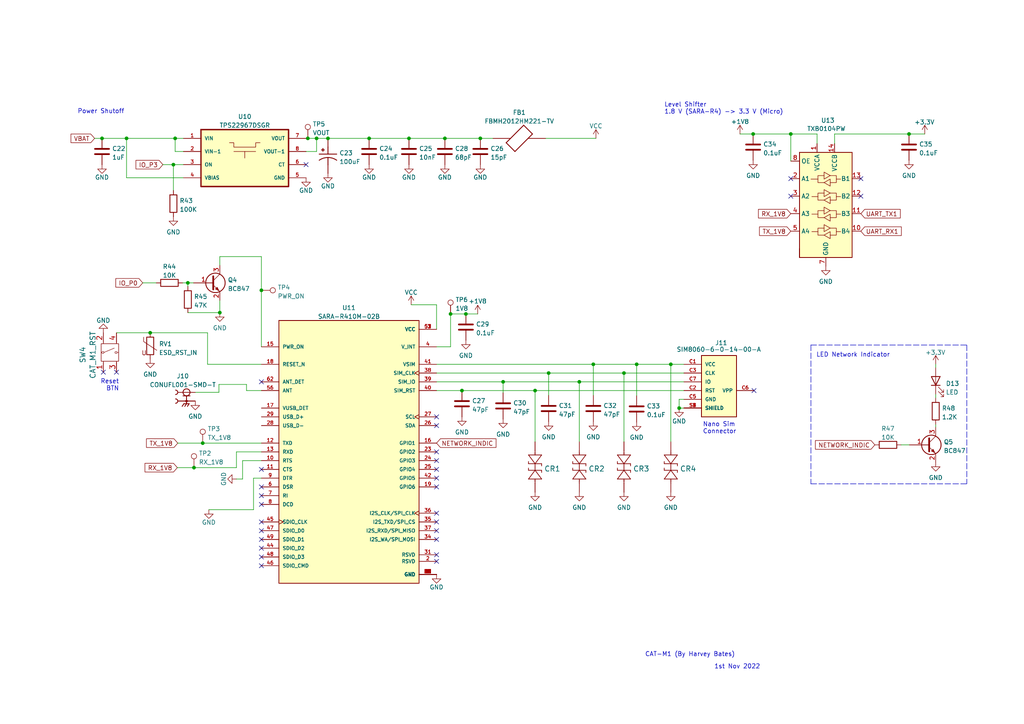
<source format=kicad_sch>
(kicad_sch (version 20211123) (generator eeschema)
  (paper "A4")
  (lib_symbols
    (symbol "2022-10-04_00-56-22:1977223-6" (pin_names (offset 0.254) hide)
      (property "Reference" "SW" (at 20.32 10.16 0))
      (property "Value" "1977223-6" (at 20.32 7.62 0))
      (symbol "1977223-6_0_1"
        (polyline (pts (xy 17.78 1.27) (xy 17.78 -0.635) (xy 17.78 -1.27) (xy 22.86 -1.27) (xy 22.86 -0.635) (xy 22.86 1.27)) (stroke (width 0.1524)))
        (polyline (pts (xy 17.78 1.27) (xy 17.78 3.175) (xy 17.78 3.81) (xy 22.86 3.81) (xy 22.86 3.175) (xy 22.86 1.27)) (stroke (width 0.1524)))
      )
      (symbol "1977223-6_1_1"
        (polyline (pts (xy 20.32 -0.762) (xy 20.32 -1.27)) (stroke (width 0.127)))
        (polyline (pts (xy 20.32 3.048) (xy 21.59 0)) (stroke (width 0.127)))
        (polyline (pts (xy 20.32 3.81) (xy 20.32 3.556)) (stroke (width 0.127)))
        (circle (center 20.32 -0.508) (radius 0.3048) (stroke (width 0.127)))
        (arc (start 20.32 -0.2032) (mid 20.32 -0.8128) (end 20.32 -0.2032) (stroke (width 0.127)))
        (arc (start 20.32 2.9972) (mid 20.32 3.6068) (end 20.32 2.9972) (stroke (width 0.127)))
        (circle (center 20.32 3.302) (radius 0.3048) (stroke (width 0.127)))
        (pin unspecified line (at 14.605 3.175 0) (length 3) (name "1") (number "1"))
        (pin unspecified line (at 26.035 3.175 180) (length 3) (name "2") (number "2"))
        (pin unspecified line (at 14.605 -0.635 0) (length 3) (name "3") (number "3"))
        (pin unspecified line (at 26.035 -0.635 180) (length 3) (name "4") (number "4"))
      )
    )
    (symbol "CONUFL001-SMD-T:CONUFL001-SMD-T" (pin_numbers hide) (pin_names (offset 1.016) hide)
      (property "Reference" "J" (at -3.81 4.064 0))
      (property "Value" "CONUFL001-SMD-T" (at -4.064 -4.318 0))
      (symbol "CONUFL001-SMD-T_0_0"
        (arc (start -3.175 -0.635) (mid -2.54 0) (end -3.175 0.635) (stroke (width 0.254)))
        (arc (start -3.175 1.905) (mid -2.54 2.54) (end -3.175 3.175) (stroke (width 0.254)))
        (polyline (pts (xy -1.016 1.524) (xy 0 1.524)) (stroke (width 0.254)))
        (polyline (pts (xy -0.762 -0.762) (xy -1.27 -1.524)) (stroke (width 0.254)))
        (polyline (pts (xy 0 -0.762) (xy -0.762 -0.762)) (stroke (width 0.254)))
        (polyline (pts (xy 0 -0.762) (xy -0.508 -1.524)) (stroke (width 0.254)))
        (polyline (pts (xy 0 -0.762) (xy 0.762 -0.762)) (stroke (width 0.254)))
        (polyline (pts (xy 0 1.524) (xy 0 -0.762)) (stroke (width 0.254)))
        (polyline (pts (xy 0 1.524) (xy 1.016 1.524)) (stroke (width 0.254)))
        (polyline (pts (xy 0.762 -0.762) (xy 0.254 -1.524)) (stroke (width 0.254)))
        (circle (center 0 0) (radius 0.254) (stroke (width 0.254)))
        (circle (center 0 2.54) (radius 1.016) (stroke (width 0.254)))
        (pin passive line (at 2.54 2.54 180) (length 5.08) (name "~") (number "1"))
        (pin passive line (at 2.54 0 180) (length 5.08) (name "~") (number "2"))
        (pin passive line (at 2.54 0 180) (length 5.08) (name "~") (number "3"))
      )
    )
    (symbol "Connector:TestPoint" (pin_numbers hide) (pin_names (offset 0.762) hide)
      (property "Reference" "TP" (at 0 6.858 0))
      (property "Value" "TestPoint" (at 0 5.08 0))
      (symbol "TestPoint_0_1"
        (circle (center 0 3.302) (radius 0.762))
      )
      (symbol "TestPoint_1_1"
        (pin passive line (at 0 0 90) (length 2.54) (name "1") (number "1"))
      )
    )
    (symbol "Device:C" (pin_numbers hide) (pin_names (offset 0.254))
      (property "Reference" "C" (at 0.635 2.54 0))
      (property "Value" "C" (at 0.635 -2.54 0))
      (symbol "C_0_1"
        (polyline (pts (xy -2.032 -0.762) (xy 2.032 -0.762)) (stroke (width 0.508)))
        (polyline (pts (xy -2.032 0.762) (xy 2.032 0.762)) (stroke (width 0.508)))
      )
      (symbol "C_1_1"
        (pin passive line (at 0 3.81 270) (length 2.794) (name "~") (number "1"))
        (pin passive line (at 0 -3.81 90) (length 2.794) (name "~") (number "2"))
      )
    )
    (symbol "Device:LED" (pin_numbers hide) (pin_names (offset 1.016) hide)
      (property "Reference" "D" (at 0 2.54 0))
      (property "Value" "LED" (at 0 -2.54 0))
      (symbol "LED_0_1"
        (polyline (pts (xy -1.27 -1.27) (xy -1.27 1.27)) (stroke (width 0.254)))
        (polyline (pts (xy -1.27 0) (xy 1.27 0)))
        (polyline (pts (xy 1.27 -1.27) (xy 1.27 1.27) (xy -1.27 0) (xy 1.27 -1.27)) (stroke (width 0.254)))
        (polyline (pts (xy -3.048 -0.762) (xy -4.572 -2.286) (xy -3.81 -2.286) (xy -4.572 -2.286) (xy -4.572 -1.524)))
        (polyline (pts (xy -1.778 -0.762) (xy -3.302 -2.286) (xy -2.54 -2.286) (xy -3.302 -2.286) (xy -3.302 -1.524)))
      )
      (symbol "LED_1_1"
        (pin passive line (at -3.81 0 0) (length 2.54) (name "K") (number "1"))
        (pin passive line (at 3.81 0 180) (length 2.54) (name "A") (number "2"))
      )
    )
    (symbol "Device:R" (pin_numbers hide) (pin_names (offset 0))
      (property "Reference" "R" (at 2.032 0 90))
      (property "Value" "R" (at 0 0 90))
      (symbol "R_0_1"
        (rectangle (start -1.016 -2.54) (end 1.016 2.54) (stroke (width 0.254)))
      )
      (symbol "R_1_1"
        (pin passive line (at 0 3.81 270) (length 1.27) (name "~") (number "1"))
        (pin passive line (at 0 -3.81 90) (length 1.27) (name "~") (number "2"))
      )
    )
    (symbol "Device:Varistor" (pin_numbers hide) (pin_names (offset 0))
      (property "Reference" "RV" (at 3.175 0 90))
      (property "Value" "Varistor" (at -3.175 0 90))
      (symbol "Varistor_0_0"
        (text "U" (at -1.778 -2.032 0) (effects (font (size 1.27 1.27))))
      )
      (symbol "Varistor_0_1"
        (rectangle (start -1.016 -2.54) (end 1.016 2.54) (stroke (width 0.254)))
        (polyline (pts (xy -1.905 2.54) (xy -1.905 1.27) (xy 1.905 -1.27)))
      )
      (symbol "Varistor_1_1"
        (pin passive line (at 0 3.81 270) (length 1.27) (name "~") (number "1"))
        (pin passive line (at 0 -3.81 90) (length 1.27) (name "~") (number "2"))
      )
    )
    (symbol "FBMH2012HM221-TV:FBMH2012HM221-TV" (pin_numbers hide) (pin_names (offset 1.016) hide)
      (property "Reference" "FB" (at -7.62 5.08 0))
      (property "Value" "FBMH2012HM221-TV" (at -7.62 -7.62 0))
      (symbol "FBMH2012HM221-TV_0_0"
        (polyline (pts (xy -3.81 -1.27) (xy -1.27 -3.81)) (stroke (width 0.254)))
        (polyline (pts (xy -1.27 -3.81) (xy 3.81 1.27)) (stroke (width 0.254)))
        (polyline (pts (xy 1.27 3.81) (xy -3.81 -1.27)) (stroke (width 0.254)))
        (polyline (pts (xy 3.81 1.27) (xy 1.27 3.81)) (stroke (width 0.254)))
        (pin passive line (at -7.62 0 0) (length 5.08) (name "~") (number "1"))
        (pin passive line (at 7.62 0 180) (length 5.08) (name "~") (number "2"))
      )
    )
    (symbol "Logic_LevelTranslator:TXB0104PW"
      (property "Reference" "U" (at -6.35 16.51 0))
      (property "Value" "TXB0104PW" (at 3.81 16.51 0))
      (symbol "TXB0104PW_0_1"
        (rectangle (start -7.62 -15.24) (end -7.62 -12.7) (stroke (width 0.254)))
        (rectangle (start -7.62 15.24) (end 7.62 -15.24) (stroke (width 0.254)) (fill (type background)))
        (polyline (pts (xy -2.286 -7.747) (xy -2.286 -6.731) (xy -0.508 -6.731)))
        (polyline (pts (xy -2.286 -2.667) (xy -2.286 -1.651) (xy -0.508 -1.651)))
        (polyline (pts (xy -2.286 2.413) (xy -2.286 3.429) (xy -0.508 3.429)))
        (polyline (pts (xy -2.286 7.493) (xy -2.286 8.509) (xy -0.508 8.509)))
        (polyline (pts (xy 3.048 -7.747) (xy 3.048 -8.763) (xy 1.27 -8.763)))
        (polyline (pts (xy 3.048 -2.667) (xy 3.048 -3.683) (xy 1.27 -3.683)))
        (polyline (pts (xy 3.048 2.413) (xy 3.048 1.397) (xy 1.27 1.397)))
        (polyline (pts (xy 3.048 7.493) (xy 3.048 6.477) (xy 1.27 6.477)))
        (polyline (pts (xy -0.508 -8.763) (xy -2.286 -8.763) (xy -2.286 -7.747) (xy -4.064 -7.747)))
        (polyline (pts (xy -0.508 -8.763) (xy 1.27 -7.747) (xy 1.27 -9.779) (xy -0.508 -8.763)))
        (polyline (pts (xy -0.508 -3.683) (xy -2.286 -3.683) (xy -2.286 -2.667) (xy -4.064 -2.667)))
        (polyline (pts (xy -0.508 -3.683) (xy 1.27 -2.667) (xy 1.27 -4.699) (xy -0.508 -3.683)))
        (polyline (pts (xy -0.508 1.397) (xy -2.286 1.397) (xy -2.286 2.413) (xy -4.064 2.413)))
        (polyline (pts (xy -0.508 1.397) (xy 1.27 2.413) (xy 1.27 0.381) (xy -0.508 1.397)))
        (polyline (pts (xy -0.508 6.477) (xy -2.286 6.477) (xy -2.286 7.493) (xy -4.318 7.493)))
        (polyline (pts (xy -0.508 6.477) (xy 1.27 7.493) (xy 1.27 5.461) (xy -0.508 6.477)))
        (polyline (pts (xy 1.27 -6.731) (xy -0.508 -7.747) (xy -0.508 -5.715) (xy 1.27 -6.731)))
        (polyline (pts (xy 1.27 -6.731) (xy 3.048 -6.731) (xy 3.048 -7.747) (xy 4.318 -7.747)))
        (polyline (pts (xy 1.27 -1.651) (xy -0.508 -2.667) (xy -0.508 -0.635) (xy 1.27 -1.651)))
        (polyline (pts (xy 1.27 -1.651) (xy 3.048 -1.651) (xy 3.048 -2.667) (xy 4.318 -2.667)))
        (polyline (pts (xy 1.27 3.429) (xy -0.508 2.413) (xy -0.508 4.445) (xy 1.27 3.429)))
        (polyline (pts (xy 1.27 3.429) (xy 3.048 3.429) (xy 3.048 2.413) (xy 4.318 2.413)))
        (polyline (pts (xy 1.27 8.509) (xy -0.508 7.493) (xy -0.508 9.525) (xy 1.27 8.509)))
        (polyline (pts (xy 1.27 8.509) (xy 3.048 8.509) (xy 3.048 7.493) (xy 4.318 7.493)))
      )
      (symbol "TXB0104PW_1_1"
        (pin power_in line (at -2.54 17.78 270) (length 2.54) (name "VCCA") (number "1"))
        (pin bidirectional line (at 10.16 -7.62 180) (length 2.54) (name "B4") (number "10"))
        (pin bidirectional line (at 10.16 -2.54 180) (length 2.54) (name "B3") (number "11"))
        (pin bidirectional line (at 10.16 2.54 180) (length 2.54) (name "B2") (number "12"))
        (pin bidirectional line (at 10.16 7.62 180) (length 2.54) (name "B1") (number "13"))
        (pin power_in line (at 2.54 17.78 270) (length 2.54) (name "VCCB") (number "14"))
        (pin bidirectional line (at -10.16 7.62 0) (length 2.54) (name "A1") (number "2"))
        (pin bidirectional line (at -10.16 2.54 0) (length 2.54) (name "A2") (number "3"))
        (pin bidirectional line (at -10.16 -2.54 0) (length 2.54) (name "A3") (number "4"))
        (pin bidirectional line (at -10.16 -7.62 0) (length 2.54) (name "A4") (number "5"))
        (pin no_connect line (at -10.16 -12.7 0) (length 2.54) hide (name "NC") (number "6"))
        (pin power_in line (at 0 -17.78 90) (length 2.54) (name "GND") (number "7"))
        (pin input line (at -10.16 12.7 0) (length 2.54) (name "OE") (number "8"))
        (pin no_connect line (at 10.16 -12.7 180) (length 2.54) hide (name "NC") (number "9"))
      )
    )
    (symbol "PESD0402-140:PESD0402-140" (pin_numbers hide) (pin_names hide)
      (property "Reference" "CR" (at 6.35 5.08 0))
      (property "Value" "PESD0402-140" (at 5.08 -7.62 0))
      (symbol "PESD0402-140_1_1"
        (polyline (pts (xy 2.54 0) (xy 3.4798 0)) (stroke (width 0.2032)))
        (polyline (pts (xy 3.175 0) (xy 3.81 0)) (stroke (width 0.2032)))
        (polyline (pts (xy 3.81 -1.905) (xy 6.35 0)) (stroke (width 0.2032)))
        (polyline (pts (xy 3.81 1.905) (xy 3.81 -1.905)) (stroke (width 0.2032)))
        (polyline (pts (xy 6.35 -1.905) (xy 5.715 -1.905)) (stroke (width 0.2032)))
        (polyline (pts (xy 6.35 -1.905) (xy 6.35 1.905)) (stroke (width 0.2032)))
        (polyline (pts (xy 6.35 0) (xy 3.81 1.905)) (stroke (width 0.2032)))
        (polyline (pts (xy 6.35 1.905) (xy 6.985 1.905)) (stroke (width 0.2032)))
        (polyline (pts (xy 8.255 -1.905) (xy 7.62 -1.905)) (stroke (width 0.2032)))
        (polyline (pts (xy 8.255 -1.905) (xy 8.255 1.905)) (stroke (width 0.2032)))
        (polyline (pts (xy 8.255 0) (xy 6.35 0)) (stroke (width 0.2032)))
        (polyline (pts (xy 8.255 0) (xy 10.795 1.905)) (stroke (width 0.2032)))
        (polyline (pts (xy 8.255 1.905) (xy 8.89 1.905)) (stroke (width 0.2032)))
        (polyline (pts (xy 10.795 -1.905) (xy 8.255 0)) (stroke (width 0.2032)))
        (polyline (pts (xy 10.795 1.905) (xy 10.795 -1.905)) (stroke (width 0.2032)))
        (polyline (pts (xy 11.43 0) (xy 10.795 0)) (stroke (width 0.2032)))
        (polyline (pts (xy 12.065 0) (xy 11.1252 0)) (stroke (width 0.2032)))
        (pin unspecified line (at 0 0 0) (length 2.54) (name "1") (number "1"))
        (pin unspecified line (at 14.605 0 180) (length 2.54) (name "2") (number "2"))
      )
    )
    (symbol "SARA-R410M-02B:SARA-R410M-02B" (pin_names (offset 1.016))
      (property "Reference" "U" (at -20.32 38.735 0))
      (property "Value" "SARA-R410M-02B" (at -20.32 -41.275 0))
      (symbol "SARA-R410M-02B_0_0"
        (rectangle (start -20.32 -38.1) (end 20.32 38.1) (stroke (width 0.254)) (fill (type background)))
        (pin power_in line (at 25.4 -35.56 180) (length 5.08) (name "GND") (number "1"))
        (pin input line (at -25.4 -2.54 0) (length 5.08) (name "RTS") (number "10"))
        (pin output line (at -25.4 -5.08 0) (length 5.08) (name "CTS") (number "11"))
        (pin input line (at -25.4 2.54 0) (length 5.08) (name "TXD") (number "12"))
        (pin output line (at -25.4 0 0) (length 5.08) (name "RXD") (number "13"))
        (pin power_in line (at 25.4 -35.56 180) (length 5.08) (name "GND") (number "14"))
        (pin input line (at -25.4 30.48 0) (length 5.08) (name "PWR_ON") (number "15"))
        (pin bidirectional line (at 25.4 2.54 180) (length 5.08) (name "GPIO1") (number "16"))
        (pin input line (at -25.4 12.7 0) (length 5.08) (name "VUSB_DET") (number "17"))
        (pin input line (at -25.4 25.4 0) (length 5.08) (name "RESET_N") (number "18"))
        (pin bidirectional line (at 25.4 -10.16 180) (length 5.08) (name "GPIO6") (number "19"))
        (pin passive line (at 25.4 -31.75 180) (length 5.08) (name "RSVD") (number "2"))
        (pin power_in line (at 25.4 -35.56 180) (length 5.08) (name "GND") (number "20"))
        (pin power_in line (at 25.4 -35.56 180) (length 5.08) (name "GND") (number "21"))
        (pin power_in line (at 25.4 -35.56 180) (length 5.08) (name "GND") (number "22"))
        (pin bidirectional line (at 25.4 0 180) (length 5.08) (name "GPIO2") (number "23"))
        (pin bidirectional line (at 25.4 -2.54 180) (length 5.08) (name "GPIO3") (number "24"))
        (pin bidirectional line (at 25.4 -5.08 180) (length 5.08) (name "GPIO4") (number "25"))
        (pin bidirectional line (at 25.4 7.62 180) (length 5.08) (name "SDA") (number "26"))
        (pin output clock (at 25.4 10.16 180) (length 5.08) (name "SCL") (number "27"))
        (pin bidirectional line (at -25.4 7.62 0) (length 5.08) (name "USB_D-") (number "28"))
        (pin bidirectional line (at -25.4 10.16 0) (length 5.08) (name "USB_D+") (number "29"))
        (pin power_in line (at 25.4 -35.56 180) (length 5.08) (name "GND") (number "3"))
        (pin power_in line (at 25.4 -35.56 180) (length 5.08) (name "GND") (number "30"))
        (pin passive line (at 25.4 -29.845 180) (length 5.08) (name "RSVD") (number "31"))
        (pin power_in line (at 25.4 -35.56 180) (length 5.08) (name "GND") (number "32"))
        (pin power_in line (at 25.4 -35.56 180) (length 5.08) (name "GND") (number "33"))
        (pin output line (at 25.4 -25.4 180) (length 5.08) (name "I2S_WA/SPI_MOSI") (number "34"))
        (pin output line (at 25.4 -20.32 180) (length 5.08) (name "I2S_TXD/SPI_CS") (number "35"))
        (pin output clock (at 25.4 -17.78 180) (length 5.08) (name "I2S_CLK/SPI_CLK") (number "36"))
        (pin input line (at 25.4 -22.86 180) (length 5.08) (name "I2S_RXD/SPI_MISO") (number "37"))
        (pin output clock (at 25.4 22.86 180) (length 5.08) (name "SIM_CLK") (number "38"))
        (pin bidirectional line (at 25.4 20.32 180) (length 5.08) (name "SIM_IO") (number "39"))
        (pin output line (at 25.4 30.48 180) (length 5.08) (name "V_INT") (number "4"))
        (pin output line (at 25.4 17.78 180) (length 5.08) (name "SIM_RST") (number "40"))
        (pin output line (at 25.4 25.4 180) (length 5.08) (name "VSIM") (number "41"))
        (pin bidirectional line (at 25.4 -7.62 180) (length 5.08) (name "GPIO5") (number "42"))
        (pin power_in line (at 25.4 -35.56 180) (length 5.08) (name "GND") (number "43"))
        (pin bidirectional line (at -25.4 -27.94 0) (length 5.08) (name "SDIO_D2") (number "44"))
        (pin output clock (at -25.4 -20.32 0) (length 5.08) (name "SDIO_CLK") (number "45"))
        (pin bidirectional line (at -25.4 -33.02 0) (length 5.08) (name "SDIO_CMD") (number "46"))
        (pin bidirectional line (at -25.4 -22.86 0) (length 5.08) (name "SDIO_D0") (number "47"))
        (pin bidirectional line (at -25.4 -30.48 0) (length 5.08) (name "SDIO_D3") (number "48"))
        (pin bidirectional line (at -25.4 -25.4 0) (length 5.08) (name "SDIO_D1") (number "49"))
        (pin power_in line (at 25.4 -35.56 180) (length 5.08) (name "GND") (number "5"))
        (pin power_in line (at 25.4 -35.56 180) (length 5.08) (name "GND") (number "50"))
        (pin power_in line (at 25.4 35.56 180) (length 5.08) (name "VCC") (number "51"))
        (pin power_in line (at 25.4 35.56 180) (length 5.08) (name "VCC") (number "52"))
        (pin power_in line (at 25.4 35.56 180) (length 5.08) (name "VCC") (number "53"))
        (pin power_in line (at 25.4 -35.56 180) (length 5.08) (name "GND") (number "54"))
        (pin power_in line (at 25.4 -35.56 180) (length 5.08) (name "GND") (number "55"))
        (pin bidirectional line (at -25.4 17.78 0) (length 5.08) (name "ANT") (number "56"))
        (pin power_in line (at 25.4 -35.56 180) (length 5.08) (name "GND") (number "57"))
        (pin power_in line (at 25.4 -35.56 180) (length 5.08) (name "GND") (number "58"))
        (pin power_in line (at 25.4 -35.56 180) (length 5.08) (name "GND") (number "59"))
        (pin output line (at -25.4 -10.16 0) (length 5.08) (name "DSR") (number "6"))
        (pin power_in line (at 25.4 -35.56 180) (length 5.08) (name "GND") (number "60"))
        (pin power_in line (at 25.4 -35.56 180) (length 5.08) (name "GND") (number "61"))
        (pin input line (at -25.4 20.32 0) (length 5.08) (name "ANT_DET") (number "62"))
        (pin power_in line (at 25.4 -35.56 180) (length 5.08) (name "GND") (number "63"))
        (pin power_in line (at 25.4 -35.56 180) (length 5.08) (name "GND") (number "64"))
        (pin power_in line (at 25.4 -35.56 180) (length 5.08) (name "GND") (number "65"))
        (pin power_in line (at 25.4 -35.56 180) (length 5.08) (name "GND") (number "66"))
        (pin power_in line (at 25.4 -35.56 180) (length 5.08) (name "GND") (number "67"))
        (pin power_in line (at 25.4 -35.56 180) (length 5.08) (name "GND") (number "68"))
        (pin power_in line (at 25.4 -35.56 180) (length 5.08) (name "GND") (number "69"))
        (pin output line (at -25.4 -12.7 0) (length 5.08) (name "RI") (number "7"))
        (pin power_in line (at 25.4 -35.56 180) (length 5.08) (name "GND") (number "70"))
        (pin power_in line (at 25.4 -35.56 180) (length 5.08) (name "GND") (number "71"))
        (pin power_in line (at 25.4 -35.56 180) (length 5.08) (name "GND") (number "72"))
        (pin power_in line (at 25.4 -35.56 180) (length 5.08) (name "GND") (number "73"))
        (pin power_in line (at 25.4 -35.56 180) (length 5.08) (name "GND") (number "74"))
        (pin power_in line (at 25.4 -35.56 180) (length 5.08) (name "GND") (number "75"))
        (pin power_in line (at 25.4 -35.56 180) (length 5.08) (name "GND") (number "76"))
        (pin power_in line (at 25.4 -35.56 180) (length 5.08) (name "GND") (number "77"))
        (pin power_in line (at 25.4 -35.56 180) (length 5.08) (name "GND") (number "78"))
        (pin power_in line (at 25.4 -35.56 180) (length 5.08) (name "GND") (number "79"))
        (pin output line (at -25.4 -15.24 0) (length 5.08) (name "DCD") (number "8"))
        (pin power_in line (at 25.4 -35.56 180) (length 5.08) (name "GND") (number "80"))
        (pin power_in line (at 25.4 -35.56 180) (length 5.08) (name "GND") (number "81"))
        (pin power_in line (at 25.4 -35.56 180) (length 5.08) (name "GND") (number "82"))
        (pin power_in line (at 25.4 -35.56 180) (length 5.08) (name "GND") (number "83"))
        (pin power_in line (at 25.4 -35.56 180) (length 5.08) (name "GND") (number "84"))
        (pin power_in line (at 25.4 -35.56 180) (length 5.08) (name "GND") (number "85"))
        (pin power_in line (at 25.4 -35.56 180) (length 5.08) (name "GND") (number "86"))
        (pin power_in line (at 25.4 -35.56 180) (length 5.08) (name "GND") (number "87"))
        (pin power_in line (at 25.4 -35.56 180) (length 5.08) (name "GND") (number "88"))
        (pin power_in line (at 25.4 -35.56 180) (length 5.08) (name "GND") (number "89"))
        (pin input line (at -25.4 -7.62 0) (length 5.08) (name "DTR") (number "9"))
        (pin power_in line (at 25.4 -35.56 180) (length 5.08) (name "GND") (number "90"))
        (pin power_in line (at 25.4 -35.56 180) (length 5.08) (name "GND") (number "91"))
        (pin power_in line (at 25.4 -35.56 180) (length 5.08) (name "GND") (number "92"))
        (pin power_in line (at 25.4 -35.56 180) (length 5.08) (name "GND") (number "93"))
        (pin power_in line (at 25.4 -35.56 180) (length 5.08) (name "GND") (number "94"))
        (pin power_in line (at 25.4 -35.56 180) (length 5.08) (name "GND") (number "95"))
        (pin power_in line (at 25.4 -35.56 180) (length 5.08) (name "GND") (number "96"))
      )
    )
    (symbol "SIM8060-6-0-14-00-A:SIM8060-6-0-14-00-A" (pin_names (offset 1.016))
      (property "Reference" "J" (at -5.08 13.3604 0))
      (property "Value" "SIM8060-6-0-14-00-A" (at -5.08 -12.7254 0))
      (symbol "SIM8060-6-0-14-00-A_0_0"
        (rectangle (start -5.08 7.62) (end 5.08 -10.16) (stroke (width 0.254)) (fill (type background)))
        (pin passive line (at -10.16 5.08 0) (length 5.08) (name "VCC") (number "C1"))
        (pin passive line (at -10.16 -2.54 0) (length 5.08) (name "RST") (number "C2"))
        (pin passive line (at -10.16 2.54 0) (length 5.08) (name "CLK") (number "C3"))
        (pin passive line (at -10.16 -5.08 0) (length 5.08) (name "GND") (number "C5"))
        (pin passive line (at 10.16 -2.54 180) (length 5.08) (name "VPP") (number "C6"))
        (pin passive line (at -10.16 0 0) (length 5.08) (name "IO") (number "C7"))
        (pin passive line (at -10.16 -7.62 0) (length 5.08) (name "SHIELD") (number "S1"))
        (pin passive line (at -10.16 -7.62 0) (length 5.08) (name "SHIELD") (number "S2"))
        (pin passive line (at -10.16 -7.62 0) (length 5.08) (name "SHIELD") (number "S3"))
        (pin passive line (at -10.16 -7.62 0) (length 5.08) (name "SHIELD") (number "S4"))
      )
    )
    (symbol "T520B107M006ATE015:T520B107M006ATE015" (pin_numbers hide) (pin_names (offset 1.016) hide)
      (property "Reference" "C" (at -2.54 3.81 0))
      (property "Value" "T520B107M006ATE015" (at -2.54 -5.08 0))
      (symbol "T520B107M006ATE015_0_0"
        (rectangle (start -2.1844 -1.524) (end -1.2954 -1.397) (fill (type outline)))
        (rectangle (start -1.8034 -1.905) (end -1.6764 -1.016) (fill (type outline)))
        (polyline (pts (xy -2.54 0) (xy -0.508 0)) (stroke (width 0.254)))
        (polyline (pts (xy -0.508 2.54) (xy -0.508 -2.54)) (stroke (width 0.254)))
        (polyline (pts (xy 0.508 0) (xy 2.54 0)) (stroke (width 0.254)))
        (arc (start 1.27 2.54) (mid 0.47 0) (end 1.27 -2.54) (stroke (width 0.254)))
        (pin passive line (at -5.08 0 0) (length 2.54) (name "~") (number "1"))
        (pin passive line (at 5.08 0 180) (length 2.54) (name "~") (number "2"))
      )
    )
    (symbol "TPS22967DSGR:TPS22967DSGR" (pin_names (offset 1.016))
      (property "Reference" "U" (at -1.27 16.51 0))
      (property "Value" "TPS22967DSGR" (at -7.62 13.97 0))
      (symbol "TPS22967DSGR_0_0"
        (rectangle (start -12.7 12.7) (end 12.7 -3.81) (stroke (width 0.4064)) (fill (type background)))
        (pin input line (at -17.78 10.16 0) (length 5.08) (name "VIN") (number "1"))
        (pin input line (at -17.78 6.35 0) (length 5.08) (name "VIN-1") (number "2"))
        (pin input line (at -17.78 2.54 0) (length 5.08) (name "ON") (number "3"))
        (pin power_in line (at -17.78 -1.27 0) (length 5.08) (name "VBIAS") (number "4"))
        (pin power_in line (at 17.78 -1.27 180) (length 5.08) (name "GND") (number "5"))
        (pin bidirectional line (at 17.78 2.54 180) (length 5.08) (name "CT") (number "6"))
        (pin output line (at 17.78 10.16 180) (length 5.08) (name "VOUT") (number "7"))
        (pin output line (at 17.78 6.35 180) (length 5.08) (name "VOUT-1") (number "8"))
      )
      (symbol "TPS22967DSGR_0_1"
        (polyline (pts (xy -3.175 6.35) (xy 3.175 6.35)) (stroke (width 0.1524)))
        (polyline (pts (xy 0 6.35) (xy 0 4.445)) (stroke (width 0.1524)))
        (polyline (pts (xy -4.445 8.89) (xy -3.175 8.89) (xy -3.175 7.62) (xy 3.175 7.62) (xy 3.175 8.89) (xy 4.445 8.89)) (stroke (width 0.1524)))
      )
    )
    (symbol "Transistor_BJT:BC847" (pin_names (offset 0) hide)
      (property "Reference" "Q" (at 5.08 1.905 0))
      (property "Value" "BC847" (at 5.08 0 0))
      (symbol "BC847_0_1"
        (polyline (pts (xy 0.635 0.635) (xy 2.54 2.54)))
        (polyline (pts (xy 0.635 -0.635) (xy 2.54 -2.54) (xy 2.54 -2.54)))
        (polyline (pts (xy 0.635 1.905) (xy 0.635 -1.905) (xy 0.635 -1.905)) (stroke (width 0.508)))
        (polyline (pts (xy 1.27 -1.778) (xy 1.778 -1.27) (xy 2.286 -2.286) (xy 1.27 -1.778) (xy 1.27 -1.778)) (fill (type outline)))
        (circle (center 1.27 0) (radius 2.8194) (stroke (width 0.254)))
      )
      (symbol "BC847_1_1"
        (pin input line (at -5.08 0 0) (length 5.715) (name "B") (number "1"))
        (pin passive line (at 2.54 -5.08 90) (length 2.54) (name "E") (number "2"))
        (pin passive line (at 2.54 5.08 270) (length 2.54) (name "C") (number "3"))
      )
    )
    (symbol "power:+1V8" (power) (pin_names (offset 0))
      (property "Value" "+1V8" (at 0 3.556 0))
      (symbol "+1V8_0_1"
        (polyline (pts (xy -0.762 1.27) (xy 0 2.54)))
        (polyline (pts (xy 0 0) (xy 0 2.54)))
        (polyline (pts (xy 0 2.54) (xy 0.762 1.27)))
      )
      (symbol "+1V8_1_1"
        (pin power_in line (at 0 0 90) (length 0) hide (name "+1V8") (number "1"))
      )
    )
    (symbol "power:+3.3V" (power) (pin_names (offset 0))
      (property "Value" "+3.3V" (at 0 3.556 0))
      (symbol "+3.3V_0_1"
        (polyline (pts (xy -0.762 1.27) (xy 0 2.54)))
        (polyline (pts (xy 0 0) (xy 0 2.54)))
        (polyline (pts (xy 0 2.54) (xy 0.762 1.27)))
      )
      (symbol "+3.3V_1_1"
        (pin power_in line (at 0 0 90) (length 0) hide (name "+3.3V") (number "1"))
      )
    )
    (symbol "power:GND" (power) (pin_names (offset 0))
      (property "Value" "GND" (at 0 -3.81 0))
      (symbol "GND_0_1"
        (polyline (pts (xy 0 0) (xy 0 -1.27) (xy 1.27 -1.27) (xy 0 -2.54) (xy -1.27 -1.27) (xy 0 -1.27)))
      )
      (symbol "GND_1_1"
        (pin power_in line (at 0 0 270) (length 0) hide (name "GND") (number "1"))
      )
    )
    (symbol "power:VCC" (power) (pin_names (offset 0))
      (property "Value" "VCC" (at 0 3.81 0))
      (symbol "VCC_0_1"
        (polyline (pts (xy -0.762 1.27) (xy 0 2.54)))
        (polyline (pts (xy 0 0) (xy 0 2.54)))
        (polyline (pts (xy 0 2.54) (xy 0.762 1.27)))
      )
      (symbol "VCC_1_1"
        (pin power_in line (at 0 0 90) (length 0) hide (name "VCC") (number "1"))
      )
    )
  )
  (junction (at 184.658 105.664))
  (junction (at 168.021 110.744))
  (junction (at 50.8 40.132))
  (junction (at 63.754 90.678))
  (junction (at 172.085 105.664))
  (junction (at 159.131 108.204))
  (junction (at 133.985 113.284))
  (junction (at 129.032 40.132))
  (junction (at 139.319 40.132))
  (junction (at 135.128 91.059))
  (junction (at 218.44 38.862))
  (junction (at 95.123 40.132))
  (junction (at 43.561 96.52))
  (junction (at 58.801 128.524))
  (junction (at 263.652 38.862))
  (junction (at 54.483 82.042))
  (junction (at 89.281 40.132))
  (junction (at 36.703 40.132))
  (junction (at 29.591 40.132))
  (junction (at 91.821 40.132))
  (junction (at 180.975 108.204))
  (junction (at 194.564 105.664))
  (junction (at 50.292 47.752))
  (junction (at 196.977 118.364))
  (junction (at 118.618 40.132))
  (junction (at 229.362 38.862))
  (junction (at 145.923 110.744))
  (junction (at 130.683 91.059))
  (junction (at 75.819 84.201))
  (junction (at 155.194 113.284))
  (junction (at 56.261 135.636))
  (junction (at 107.061 40.132))
  (no_connect (at 75.819 159.004))
  (no_connect (at 126.619 141.224))
  (no_connect (at 75.819 143.764))
  (no_connect (at 29.972 107.95))
  (no_connect (at 126.619 131.064))
  (no_connect (at 126.619 138.684))
  (no_connect (at 126.619 151.384))
  (no_connect (at 75.819 110.744))
  (no_connect (at 75.819 153.924))
  (no_connect (at 126.619 153.924))
  (no_connect (at 249.682 51.816))
  (no_connect (at 126.619 123.444))
  (no_connect (at 126.619 136.144))
  (no_connect (at 126.619 133.604))
  (no_connect (at 126.619 156.464))
  (no_connect (at 229.362 56.896))
  (no_connect (at 75.819 164.084))
  (no_connect (at 218.694 113.284))
  (no_connect (at 75.819 156.464))
  (no_connect (at 249.682 56.896))
  (no_connect (at 88.773 47.752))
  (no_connect (at 229.362 51.816))
  (no_connect (at 126.619 160.909))
  (no_connect (at 126.619 162.814))
  (no_connect (at 75.819 161.544))
  (no_connect (at 75.819 146.304))
  (no_connect (at 126.619 148.844))
  (no_connect (at 33.782 107.95))
  (no_connect (at 126.619 120.904))
  (no_connect (at 75.819 151.384))
  (no_connect (at 75.819 136.144))
  (no_connect (at 75.819 141.224))
  (wire (pts (xy 118.618 40.132) (xy 129.032 40.132)))
  (wire (pts (xy 126.619 110.744) (xy 145.923 110.744)))
  (wire (pts (xy 196.977 115.824) (xy 196.977 118.364)))
  (wire (pts (xy 172.085 105.664) (xy 172.085 114.681)))
  (polyline (pts (xy 235.204 140.335) (xy 280.416 140.335)))
  (wire (pts (xy 73.533 138.684) (xy 75.819 138.684)))
  (wire (pts (xy 126.619 105.664) (xy 172.085 105.664)))
  (wire (pts (xy 50.8 40.132) (xy 53.213 40.132)))
  (wire (pts (xy 56.642 113.792) (xy 63.5 113.792)))
  (wire (pts (xy 271.399 105.664) (xy 271.399 106.68)))
  (wire (pts (xy 68.58 138.938) (xy 70.358 138.938)))
  (wire (pts (xy 71.501 113.284) (xy 75.819 113.284)))
  (wire (pts (xy 126.619 100.584) (xy 130.683 100.584)))
  (wire (pts (xy 155.194 113.284) (xy 155.194 128.143)))
  (wire (pts (xy 60.198 105.664) (xy 60.198 96.52)))
  (wire (pts (xy 43.561 96.52) (xy 60.198 96.52)))
  (wire (pts (xy 70.358 133.604) (xy 75.819 133.604)))
  (wire (pts (xy 194.564 105.664) (xy 198.374 105.664)))
  (wire (pts (xy 168.021 110.744) (xy 198.374 110.744)))
  (wire (pts (xy 271.399 123.063) (xy 271.399 123.952)))
  (wire (pts (xy 27.432 40.132) (xy 29.591 40.132)))
  (wire (pts (xy 184.658 105.664) (xy 184.658 114.808)))
  (wire (pts (xy 126.619 108.204) (xy 159.131 108.204)))
  (wire (pts (xy 218.44 38.862) (xy 229.362 38.862)))
  (wire (pts (xy 126.619 113.284) (xy 133.985 113.284)))
  (wire (pts (xy 50.292 47.752) (xy 50.292 55.245)))
  (wire (pts (xy 261.366 129.032) (xy 263.779 129.032)))
  (wire (pts (xy 130.683 91.059) (xy 135.128 91.059)))
  (wire (pts (xy 73.533 147.828) (xy 73.533 138.684)))
  (wire (pts (xy 33.782 96.52) (xy 43.561 96.52)))
  (wire (pts (xy 75.819 100.584) (xy 75.819 84.201)))
  (wire (pts (xy 236.982 38.862) (xy 229.362 38.862)))
  (wire (pts (xy 50.8 43.942) (xy 50.8 40.132)))
  (wire (pts (xy 63.5 111.506) (xy 71.501 111.506)))
  (wire (pts (xy 119.253 88.392) (xy 126.619 88.392)))
  (wire (pts (xy 36.703 51.562) (xy 53.213 51.562)))
  (wire (pts (xy 91.821 40.132) (xy 95.123 40.132)))
  (wire (pts (xy 129.032 40.132) (xy 139.319 40.132)))
  (polyline (pts (xy 280.416 100.076) (xy 280.416 140.335)))
  (wire (pts (xy 214.63 38.862) (xy 218.44 38.862)))
  (wire (pts (xy 53.213 43.942) (xy 50.8 43.942)))
  (wire (pts (xy 36.703 40.132) (xy 50.8 40.132)))
  (wire (pts (xy 88.773 40.132) (xy 89.281 40.132)))
  (wire (pts (xy 63.754 74.422) (xy 63.754 76.962)))
  (wire (pts (xy 68.58 131.064) (xy 75.819 131.064)))
  (wire (pts (xy 54.483 82.042) (xy 56.134 82.042)))
  (wire (pts (xy 70.358 138.938) (xy 70.358 133.604)))
  (wire (pts (xy 229.362 38.862) (xy 229.362 46.736)))
  (wire (pts (xy 271.399 114.3) (xy 271.399 115.443)))
  (wire (pts (xy 139.319 40.132) (xy 143.002 40.132)))
  (wire (pts (xy 71.501 111.506) (xy 71.501 113.284)))
  (wire (pts (xy 58.801 128.524) (xy 75.819 128.524)))
  (wire (pts (xy 180.975 108.204) (xy 198.374 108.204)))
  (wire (pts (xy 155.194 113.284) (xy 198.374 113.284)))
  (wire (pts (xy 130.683 91.059) (xy 130.683 100.584)))
  (wire (pts (xy 159.131 108.204) (xy 159.131 114.681)))
  (wire (pts (xy 107.061 40.132) (xy 118.618 40.132)))
  (wire (pts (xy 168.021 110.744) (xy 168.021 128.143)))
  (wire (pts (xy 56.261 135.636) (xy 68.58 135.636)))
  (wire (pts (xy 60.579 147.828) (xy 73.533 147.828)))
  (wire (pts (xy 51.435 135.636) (xy 56.261 135.636)))
  (wire (pts (xy 126.619 95.504) (xy 126.619 88.392)))
  (wire (pts (xy 63.754 74.422) (xy 75.819 74.422)))
  (wire (pts (xy 145.923 110.744) (xy 145.923 113.919)))
  (wire (pts (xy 236.982 41.656) (xy 236.982 38.862)))
  (wire (pts (xy 196.977 118.364) (xy 198.374 118.364)))
  (wire (pts (xy 47.244 47.752) (xy 50.292 47.752)))
  (wire (pts (xy 180.975 108.204) (xy 180.975 128.143)))
  (wire (pts (xy 242.062 41.656) (xy 242.062 38.862)))
  (wire (pts (xy 172.085 105.664) (xy 184.658 105.664)))
  (wire (pts (xy 50.292 47.752) (xy 53.213 47.752)))
  (wire (pts (xy 133.985 113.284) (xy 155.194 113.284)))
  (wire (pts (xy 263.652 38.862) (xy 268.224 38.862)))
  (wire (pts (xy 95.123 40.132) (xy 107.061 40.132)))
  (wire (pts (xy 194.564 105.664) (xy 194.564 128.143)))
  (wire (pts (xy 75.819 84.201) (xy 75.819 74.422)))
  (wire (pts (xy 54.483 82.042) (xy 54.483 83.058)))
  (wire (pts (xy 63.5 113.792) (xy 63.5 111.506)))
  (wire (pts (xy 184.658 105.664) (xy 194.564 105.664)))
  (wire (pts (xy 158.242 40.132) (xy 172.847 40.132)))
  (polyline (pts (xy 235.204 100.076) (xy 235.204 140.335)))
  (wire (pts (xy 51.562 128.524) (xy 58.801 128.524)))
  (wire (pts (xy 63.754 90.678) (xy 63.754 87.122)))
  (wire (pts (xy 41.402 82.042) (xy 45.339 82.042)))
  (wire (pts (xy 60.198 105.664) (xy 75.819 105.664)))
  (wire (pts (xy 91.821 43.942) (xy 91.821 40.132)))
  (wire (pts (xy 36.703 51.562) (xy 36.703 40.132)))
  (wire (pts (xy 242.062 38.862) (xy 263.652 38.862)))
  (wire (pts (xy 145.923 110.744) (xy 168.021 110.744)))
  (wire (pts (xy 29.591 40.132) (xy 36.703 40.132)))
  (wire (pts (xy 88.773 43.942) (xy 91.821 43.942)))
  (wire (pts (xy 52.959 82.042) (xy 54.483 82.042)))
  (wire (pts (xy 68.58 131.064) (xy 68.58 135.636)))
  (wire (pts (xy 196.977 115.824) (xy 198.374 115.824)))
  (wire (pts (xy 135.128 91.059) (xy 138.557 91.059)))
  (polyline (pts (xy 280.289 100.076) (xy 235.204 100.076)))
  (wire (pts (xy 89.281 40.132) (xy 91.821 40.132)))
  (wire (pts (xy 54.483 90.678) (xy 63.754 90.678)))
  (wire (pts (xy 159.131 108.204) (xy 180.975 108.204)))
  (text "LED Network Indicator" (at 236.728 103.759 0) (effects (font (size 1.27 1.27)) (justify left bottom)))
  (text "Reset\nBTN" (at 34.544 113.538 180) (effects (font (size 1.27 1.27)) (justify right bottom)))
  (text "Power Shutoff" (at 22.479 33.147 0) (effects (font (size 1.27 1.27)) (justify left bottom)))
  (text "1st Nov 2022" (at 207.137 194.183 0) (effects (font (size 1.27 1.27)) (justify left bottom)))
  (text "CAT-M1 (By Harvey Bates)" (at 187.071 190.627 0) (effects (font (size 1.27 1.27)) (justify left bottom)))
  (text "Nano Sim \nConnector" (at 203.835 125.984 0) (effects (font (size 1.27 1.27)) (justify left bottom)))
  (text "Level Shifter\n1.8 V (SARA-R4) -> 3.3 V (Micro)" (at 192.659 33.274 0) (effects (font (size 1.27 1.27)) (justify left bottom)))
  (global_label "UART_TX1" (shape input) (at 249.682 61.976 0) (property "Intersheet References" "${INTERSHEET_REFS}" (effects hide)))
  (global_label "IO_P0" (shape input) (at 41.402 82.042 180) (property "Intersheet References" "${INTERSHEET_REFS}" (effects hide)))
  (global_label "NETWORK_INDIC" (shape input) (at 126.619 128.524 0) (property "Intersheet References" "${INTERSHEET_REFS}" (effects hide)))
  (global_label "TX_1V8" (shape input) (at 51.562 128.524 180) (property "Intersheet References" "${INTERSHEET_REFS}" (effects hide)))
  (global_label "RX_1V8" (shape input) (at 51.435 135.636 180) (property "Intersheet References" "${INTERSHEET_REFS}" (effects hide)))
  (global_label "VBAT" (shape input) (at 27.432 40.132 180) (property "Intersheet References" "${INTERSHEET_REFS}" (effects hide)))
  (global_label "IO_P3" (shape input) (at 47.244 47.752 180) (property "Intersheet References" "${INTERSHEET_REFS}" (effects hide)))
  (global_label "TX_1V8" (shape input) (at 229.362 67.056 180) (property "Intersheet References" "${INTERSHEET_REFS}" (effects hide)))
  (global_label "UART_RX1" (shape input) (at 249.682 67.056 0) (property "Intersheet References" "${INTERSHEET_REFS}" (effects hide)))
  (global_label "NETWORK_INDIC" (shape input) (at 253.746 129.032 180) (property "Intersheet References" "${INTERSHEET_REFS}" (effects hide)))
  (global_label "RX_1V8" (shape input) (at 229.362 61.976 180) (property "Intersheet References" "${INTERSHEET_REFS}" (effects hide)))
  (symbol (lib_id "power:GND") (at 118.618 47.752 0) (unit 1)
    (property "Reference" "#PWR085" (effects hide))
    (property "Value" "GND" (at 120.65 51.435 0) (effects (justify right)))
  )
  (symbol (lib_id "Device:C") (at 218.44 42.672 0) (unit 1)
    (property "Reference" "C34" (at 221.361 41.8373 0) (effects (justify left)))
    (property "Value" "0.1uF" (at 221.361 44.3742 0) (effects (justify left)))
    (property "Footprint" "Capacitor_SMD:C_0805_2012Metric" (effects hide))
  )
  (symbol (lib_id "power:GND") (at 180.975 142.748 0) (unit 1)
    (property "Reference" "#PWR041" (effects hide))
    (property "Value" "GND" (at 180.975 147.1914 0))
  )
  (symbol (lib_id "Device:R") (at 257.556 129.032 270) (unit 1)
    (property "Reference" "R47" (at 257.556 124.3162 90))
    (property "Value" "10K" (at 257.556 126.8531 90))
    (property "Footprint" "Resistor_SMD:R_0805_2012Metric" (effects hide))
  )
  (symbol (lib_id "Connector:TestPoint") (at 75.819 84.201 270) (unit 1)
    (property "Reference" "TP4" (at 80.518 83.3663 90) (effects (justify left)))
    (property "Value" "PWR_ON" (at 80.518 85.9032 90) (effects (justify left)))
    (property "Footprint" "TestPoint:TestPoint_Pad_D1.0mm" (effects hide))
  )
  (symbol (lib_id "power:GND") (at 271.399 134.112 0) (unit 1)
    (property "Reference" "#PWR0107" (effects hide))
    (property "Value" "GND" (at 271.399 138.5554 0))
  )
  (symbol (lib_id "T520B107M006ATE015:T520B107M006ATE015") (at 95.123 45.212 270) (unit 1)
    (property "Reference" "C23" (at 98.425 44.3773 90) (effects (justify left)))
    (property "Value" "100uF" (at 98.425 46.9142 90) (effects (justify left)))
    (property "Footprint" "T520B107M006ATE015:CAPPM3528X210N" (effects hide))
    (property "STANDARD" "IPC-7351B" (effects hide))
    (property "MANUFACTURER" "KEMET" (effects hide))
  )
  (symbol (lib_id "Device:C") (at 139.319 43.942 0) (unit 1)
    (property "Reference" "C26" (at 142.24 43.1073 0) (effects (justify left)))
    (property "Value" "15pF" (at 142.24 45.6442 0) (effects (justify left)))
    (property "Footprint" "Capacitor_SMD:C_0805_2012Metric" (effects hide))
  )
  (symbol (lib_id "PESD0402-140:PESD0402-140") (at 194.564 128.143 270) (unit 1)
    (property "Reference" "CR4" (at 197.2056 135.966 90) (effects (font (size 1.524 1.524)) (justify left)))
    (property "Value" "PESD0402-140" (effects hide))
    (property "Footprint" "PESD0402-140:PESD0402-140" (effects hide))
  )
  (symbol (lib_id "Device:C") (at 184.658 118.618 0) (unit 1)
    (property "Reference" "C33" (at 187.579 117.7833 0) (effects (justify left)))
    (property "Value" "0.1uF" (at 187.579 120.3202 0) (effects (justify left)))
    (property "Footprint" "Capacitor_SMD:C_0805_2012Metric" (effects hide))
  )
  (symbol (lib_id "power:GND") (at 68.58 138.938 270) (unit 1)
    (property "Reference" "#PWR081" (effects hide))
    (property "Value" "GND" (at 64.897 140.97 0) (effects (justify right)))
  )
  (symbol (lib_id "power:GND") (at 196.977 118.364 0) (unit 1)
    (property "Reference" "#PWR0100" (effects hide))
    (property "Value" "GND" (at 199.009 122.174 0) (effects (justify right)))
  )
  (symbol (lib_id "PESD0402-140:PESD0402-140") (at 180.975 128.143 270) (unit 1)
    (property "Reference" "CR3" (at 183.6166 135.966 90) (effects (font (size 1.524 1.524)) (justify left)))
    (property "Value" "PESD0402-140" (effects hide))
    (property "Footprint" "PESD0402-140:PESD0402-140" (effects hide))
  )
  (symbol (lib_id "Device:R") (at 271.399 119.253 180) (unit 1)
    (property "Reference" "R48" (at 273.177 118.4183 0) (effects (justify right)))
    (property "Value" "1.2K" (at 273.177 120.9552 0) (effects (justify right)))
    (property "Footprint" "Resistor_SMD:R_0805_2012Metric" (effects hide))
  )
  (symbol (lib_id "PESD0402-140:PESD0402-140") (at 155.194 128.143 270) (unit 1)
    (property "Reference" "CR1" (at 157.8356 135.966 90) (effects (font (size 1.524 1.524)) (justify left)))
    (property "Value" "PESD0402-140" (effects hide))
    (property "Footprint" "PESD0402-140:PESD0402-140" (effects hide))
  )
  (symbol (lib_id "Connector:TestPoint") (at 89.281 40.132 0) (unit 1)
    (property "Reference" "TP5" (at 90.678 35.9953 0) (effects (justify left)))
    (property "Value" "VOUT" (at 90.678 38.5322 0) (effects (justify left)))
    (property "Footprint" "TestPoint:TestPoint_Pad_D1.0mm" (effects hide))
  )
  (symbol (lib_id "Connector:TestPoint") (at 56.261 135.636 0) (unit 1)
    (property "Reference" "TP2" (at 57.658 131.4993 0) (effects (justify left)))
    (property "Value" "RX_1V8" (at 57.658 134.0362 0) (effects (justify left)))
    (property "Footprint" "TestPoint:TestPoint_Pad_D1.0mm" (effects hide))
  )
  (symbol (lib_id "power:GND") (at 184.658 122.428 0) (unit 1)
    (property "Reference" "#PWR099" (effects hide))
    (property "Value" "GND" (at 184.658 126.8714 0))
  )
  (symbol (lib_id "power:GND") (at 168.021 142.748 0) (unit 1)
    (property "Reference" "#PWR040" (effects hide))
    (property "Value" "GND" (at 168.021 147.1914 0))
  )
  (symbol (lib_id "power:GND") (at 50.292 62.865 0) (unit 1)
    (property "Reference" "#PWR077" (effects hide))
    (property "Value" "GND" (at 50.292 67.3084 0))
  )
  (symbol (lib_id "Logic_LevelTranslator:TXB0104PW") (at 239.522 59.436 0) (unit 1)
    (property "Reference" "U13" (at 238.125 34.925 0) (effects (justify left)))
    (property "Value" "TXB0104PW" (at 234.061 37.3349 0) (effects (justify left)))
    (property "Footprint" "Package_SO:TSSOP-14_4.4x5mm_P0.65mm" (effects hide))
    (property "Datasheet" "http://www.ti.com/lit/ds/symlink/txb0104.pdf" (effects hide))
  )
  (symbol (lib_id "power:GND") (at 155.194 142.748 0) (unit 1)
    (property "Reference" "#PWR039" (effects hide))
    (property "Value" "GND" (at 155.194 147.1914 0))
  )
  (symbol (lib_id "power:GND") (at 29.591 47.752 0) (unit 1)
    (property "Reference" "#PWR074" (effects hide))
    (property "Value" "GND" (at 31.623 51.435 0) (effects (justify right)))
  )
  (symbol (lib_id "power:+1V8") (at 138.557 91.059 0) (unit 1)
    (property "Reference" "#PWR092" (effects hide))
    (property "Value" "+1V8" (at 135.89 87.376 0) (effects (justify left)))
  )
  (symbol (lib_id "Device:R") (at 49.149 82.042 90) (unit 1)
    (property "Reference" "R44" (at 49.149 77.3262 90))
    (property "Value" "10K" (at 49.149 79.8631 90))
    (property "Footprint" "Resistor_SMD:R_0805_2012Metric" (effects hide))
  )
  (symbol (lib_id "power:GND") (at 56.642 116.332 0) (unit 1)
    (property "Reference" "#PWR078" (effects hide))
    (property "Value" "GND" (at 56.642 120.7754 0))
  )
  (symbol (lib_id "power:GND") (at 107.061 47.752 0) (unit 1)
    (property "Reference" "#PWR084" (effects hide))
    (property "Value" "GND" (at 109.093 51.435 0) (effects (justify right)))
  )
  (symbol (lib_id "power:GND") (at 194.564 142.748 0) (unit 1)
    (property "Reference" "#PWR042" (effects hide))
    (property "Value" "GND" (at 194.564 147.1914 0))
  )
  (symbol (lib_id "power:GND") (at 135.128 98.679 0) (unit 1)
    (property "Reference" "#PWR091" (effects hide))
    (property "Value" "GND" (at 135.128 103.1224 0))
  )
  (symbol (lib_id "power:GND") (at 60.579 147.828 0) (unit 1)
    (property "Reference" "#PWR079" (effects hide))
    (property "Value" "GND" (at 62.611 151.511 0) (effects (justify right)))
  )
  (symbol (lib_id "Transistor_BJT:BC847") (at 268.859 129.032 0) (unit 1)
    (property "Reference" "Q5" (at 273.7104 128.1973 0) (effects (justify left)))
    (property "Value" "BC847" (at 273.7104 130.7342 0) (effects (justify left)))
    (property "Footprint" "Package_TO_SOT_SMD:SOT-23" (effects hide))
    (property "Datasheet" "http://www.infineon.com/dgdl/Infineon-BC847SERIES_BC848SERIES_BC849SERIES_BC850SERIES-DS-v01_01-en.pdf?fileId=db3a304314dca389011541d4630a1657" (effects hide))
  )
  (symbol (lib_id "Device:C") (at 159.131 118.491 0) (unit 1)
    (property "Reference" "C31" (at 162.052 117.6563 0) (effects (justify left)))
    (property "Value" "47pF" (at 162.052 120.1932 0) (effects (justify left)))
    (property "Footprint" "Capacitor_SMD:C_0805_2012Metric" (effects hide))
  )
  (symbol (lib_id "power:+3.3V") (at 268.224 38.862 0) (unit 1)
    (property "Reference" "#PWR0110" (effects hide))
    (property "Value" "+3.3V" (at 265.176 35.433 0) (effects (justify left)))
  )
  (symbol (lib_id "2022-10-04_00-56-22:1977223-6") (at 33.147 122.555 90) (unit 1)
    (property "Reference" "SW4" (at 24.003 100.457 0) (effects (font (size 1.524 1.524)) (justify right)))
    (property "Value" "CAT_M1_RST" (at 26.924 96.012 0) (effects (font (size 1.524 1.524)) (justify right)))
    (property "Footprint" "1977223-6:1977223-6" (effects hide))
  )
  (symbol (lib_id "power:GND") (at 263.652 46.482 0) (unit 1)
    (property "Reference" "#PWR0104" (effects hide))
    (property "Value" "GND" (at 263.652 50.9254 0))
  )
  (symbol (lib_id "power:VCC") (at 119.253 88.392 0) (unit 1)
    (property "Reference" "#PWR087" (effects hide))
    (property "Value" "VCC" (at 119.253 84.8162 0))
  )
  (symbol (lib_id "Device:C") (at 133.985 117.094 0) (unit 1)
    (property "Reference" "C27" (at 136.906 116.2593 0) (effects (justify left)))
    (property "Value" "47pF" (at 136.906 118.7962 0) (effects (justify left)))
    (property "Footprint" "Capacitor_SMD:C_0805_2012Metric" (effects hide))
  )
  (symbol (lib_id "TPS22967DSGR:TPS22967DSGR") (at 70.993 50.292 0) (unit 1)
    (property "Reference" "U10" (at 70.993 33.816 0))
    (property "Value" "TPS22967DSGR" (at 70.993 36.3529 0))
    (property "Footprint" "TPS22967DSGR:SON50P200X200X80-9N" (effects hide))
  )
  (symbol (lib_id "Connector:TestPoint") (at 130.683 91.059 0) (unit 1)
    (property "Reference" "TP6" (at 132.08 86.9223 0) (effects (justify left)))
    (property "Value" "1V8" (at 132.08 89.4592 0) (effects (justify left)))
    (property "Footprint" "TestPoint:TestPoint_Pad_D1.0mm" (effects hide))
  )
  (symbol (lib_id "Device:C") (at 145.923 117.729 0) (unit 1)
    (property "Reference" "C30" (at 148.844 116.8943 0) (effects (justify left)))
    (property "Value" "47pF" (at 148.844 119.4312 0) (effects (justify left)))
    (property "Footprint" "Capacitor_SMD:C_0805_2012Metric" (effects hide))
  )
  (symbol (lib_id "PESD0402-140:PESD0402-140") (at 168.021 128.143 270) (unit 1)
    (property "Reference" "CR2" (at 170.6626 135.966 90) (effects (font (size 1.524 1.524)) (justify left)))
    (property "Value" "PESD0402-140" (effects hide))
    (property "Footprint" "PESD0402-140:PESD0402-140" (effects hide))
  )
  (symbol (lib_id "power:GND") (at 159.131 122.301 0) (unit 1)
    (property "Reference" "#PWR094" (effects hide))
    (property "Value" "GND" (at 159.131 126.7444 0))
  )
  (symbol (lib_id "power:GND") (at 239.522 77.216 0) (unit 1)
    (property "Reference" "#PWR0103" (effects hide))
    (property "Value" "GND" (at 239.522 81.6594 0))
  )
  (symbol (lib_id "power:GND") (at 95.123 50.292 0) (unit 1)
    (property "Reference" "#PWR083" (effects hide))
    (property "Value" "GND" (at 97.155 53.975 0) (effects (justify right)))
  )
  (symbol (lib_id "power:VCC") (at 172.847 40.132 0) (unit 1)
    (property "Reference" "#PWR096" (effects hide))
    (property "Value" "VCC" (at 172.847 36.5562 0))
  )
  (symbol (lib_id "Device:C") (at 118.618 43.942 0) (unit 1)
    (property "Reference" "C25" (at 121.539 43.1073 0) (effects (justify left)))
    (property "Value" "10nF" (at 121.539 45.6442 0) (effects (justify left)))
    (property "Footprint" "Capacitor_SMD:C_0805_2012Metric" (effects hide))
  )
  (symbol (lib_id "Device:C") (at 107.061 43.942 0) (unit 1)
    (property "Reference" "C24" (at 109.982 43.1073 0) (effects (justify left)))
    (property "Value" "0.1uF" (at 109.982 45.6442 0) (effects (justify left)))
    (property "Footprint" "Capacitor_SMD:C_0805_2012Metric" (effects hide))
  )
  (symbol (lib_id "power:+3.3V") (at 271.399 105.664 0) (unit 1)
    (property "Reference" "#PWR0105" (effects hide))
    (property "Value" "+3.3V" (at 268.351 102.235 0) (effects (justify left)))
  )
  (symbol (lib_id "power:+1V8") (at 214.63 38.862 0) (unit 1)
    (property "Reference" "#PWR0101" (effects hide))
    (property "Value" "+1V8" (at 214.63 35.2862 0))
  )
  (symbol (lib_id "SIM8060-6-0-14-00-A:SIM8060-6-0-14-00-A") (at 208.534 110.744 0) (unit 1)
    (property "Reference" "J11" (at 207.391 99.441 0) (effects (justify left)))
    (property "Value" "SIM8060-6-0-14-00-A" (at 196.215 101.346 0) (effects (justify left)))
    (property "Footprint" "SIM8060-6-0-14-00-A:GCT_SIM8060-6-0-14-00-A" (effects hide))
    (property "DESCRIPTION" "SIM8060 is a hinged Sim Card Connector. With 6 contacts, with switch for card detection. Profile above PCB is 1.43mm." (effects hide))
    (property "PACKAGE" "Package Analog Devices" (effects hide))
    (property "MF" "Global Connector Technology" (effects hide))
    (property "MP" "SIM8060-6-0-14-00-A" (effects hide))
  )
  (symbol (lib_id "Device:C") (at 135.128 94.869 0) (unit 1)
    (property "Reference" "C29" (at 138.049 94.0343 0) (effects (justify left)))
    (property "Value" "0.1uF" (at 138.049 96.5712 0) (effects (justify left)))
    (property "Footprint" "Capacitor_SMD:C_0805_2012Metric" (effects hide))
  )
  (symbol (lib_id "SARA-R410M-02B:SARA-R410M-02B") (at 101.219 131.064 0) (unit 1)
    (property "Reference" "U11" (at 101.219 89.2642 0))
    (property "Value" "SARA-R410M-02B" (at 101.219 91.8011 0))
    (property "Footprint" "SARA-R410M-02B:XCVR_SARA-R410M-02B" (effects hide))
    (property "STANDARD" "Manufacturer Recommendations" (effects hide))
    (property "PARTREV" "R20" (effects hide))
    (property "MANUFACTURER" "U-Blox" (effects hide))
    (property "MAXIMUM_PACKAGE_HEIGHT" "2.78 mm" (effects hide))
  )
  (symbol (lib_id "Connector:TestPoint") (at 58.801 128.524 0) (unit 1)
    (property "Reference" "TP3" (at 60.198 124.3873 0) (effects (justify left)))
    (property "Value" "TX_1V8" (at 60.198 126.9242 0) (effects (justify left)))
    (property "Footprint" "TestPoint:TestPoint_Pad_D1.0mm" (effects hide))
  )
  (symbol (lib_id "power:GND") (at 218.44 46.482 0) (unit 1)
    (property "Reference" "#PWR0102" (effects hide))
    (property "Value" "GND" (at 218.44 50.9254 0))
  )
  (symbol (lib_id "power:GND") (at 129.032 47.752 0) (unit 1)
    (property "Reference" "#PWR090" (effects hide))
    (property "Value" "GND" (at 131.064 51.435 0) (effects (justify right)))
  )
  (symbol (lib_id "power:GND") (at 133.985 120.904 0) (unit 1)
    (property "Reference" "#PWR089" (effects hide))
    (property "Value" "GND" (at 133.985 125.3474 0))
  )
  (symbol (lib_id "Device:R") (at 50.292 59.055 180) (unit 1)
    (property "Reference" "R43" (at 52.07 58.2203 0) (effects (justify right)))
    (property "Value" "100K" (at 52.07 60.7572 0) (effects (justify right)))
    (property "Footprint" "Resistor_SMD:R_0805_2012Metric" (effects hide))
  )
  (symbol (lib_id "FBMH2012HM221-TV:FBMH2012HM221-TV") (at 150.622 40.132 0) (unit 1)
    (property "Reference" "FB1" (at 150.622 32.6222 0))
    (property "Value" "FBMH2012HM221-TV" (at 150.622 35.1591 0))
    (property "Footprint" "FBMH2012HM221-TV:BEADC2012X105N" (effects hide))
  )
  (symbol (lib_id "power:GND") (at 43.561 104.14 0) (unit 1)
    (property "Reference" "#PWR076" (effects hide))
    (property "Value" "GND" (at 43.561 108.5834 0))
  )
  (symbol (lib_id "power:GND") (at 139.319 47.752 0) (unit 1)
    (property "Reference" "#PWR086" (effects hide))
    (property "Value" "GND" (at 141.351 51.435 0) (effects (justify right)))
  )
  (symbol (lib_id "Device:C") (at 263.652 42.672 0) (unit 1)
    (property "Reference" "C35" (at 266.573 41.8373 0) (effects (justify left)))
    (property "Value" "0.1uF" (at 266.573 44.3742 0) (effects (justify left)))
    (property "Footprint" "Capacitor_SMD:C_0805_2012Metric" (effects hide))
  )
  (symbol (lib_id "power:GND") (at 88.773 51.562 0) (unit 1)
    (property "Reference" "#PWR082" (effects hide))
    (property "Value" "GND" (at 90.805 55.245 0) (effects (justify right)))
  )
  (symbol (lib_id "Device:C") (at 172.085 118.491 0) (unit 1)
    (property "Reference" "C32" (at 175.006 117.6563 0) (effects (justify left)))
    (property "Value" "47pF" (at 175.006 120.1932 0) (effects (justify left)))
    (property "Footprint" "Capacitor_SMD:C_0805_2012Metric" (effects hide))
  )
  (symbol (lib_id "Device:C") (at 129.032 43.942 0) (unit 1)
    (property "Reference" "C28" (at 131.953 43.1073 0) (effects (justify left)))
    (property "Value" "68pF" (at 131.953 45.6442 0) (effects (justify left)))
    (property "Footprint" "Capacitor_SMD:C_0805_2012Metric" (effects hide))
  )
  (symbol (lib_id "power:GND") (at 145.923 121.539 0) (unit 1)
    (property "Reference" "#PWR093" (effects hide))
    (property "Value" "GND" (at 145.923 125.9824 0))
  )
  (symbol (lib_id "power:GND") (at 172.085 122.301 0) (unit 1)
    (property "Reference" "#PWR097" (effects hide))
    (property "Value" "GND" (at 172.085 126.7444 0))
  )
  (symbol (lib_id "Device:LED") (at 271.399 110.49 90) (unit 1)
    (property "Reference" "D13" (at 274.32 111.2428 90) (effects (justify right)))
    (property "Value" "LED" (at 274.32 113.7797 90) (effects (justify right)))
    (property "Footprint" "LED_SMD:LED_0805_2012Metric" (effects hide))
  )
  (symbol (lib_id "CONUFL001-SMD-T:CONUFL001-SMD-T") (at 54.102 116.332 0) (unit 1)
    (property "Reference" "J10" (at 53.0225 109.0762 0))
    (property "Value" "CONUFL001-SMD-T" (at 53.0225 111.6131 0))
    (property "Footprint" "CONUFL001-SMD-T:LINX_CONUFL001-SMD-T" (effects hide))
    (property "PARTREV" "B" (effects hide))
    (property "STANDARD" "Manufacturer Recommendations" (effects hide))
    (property "MANUFACTURER" "Linx Technologies" (effects hide))
  )
  (symbol (lib_id "Device:Varistor") (at 43.561 100.33 0) (unit 1)
    (property "Reference" "RV1" (at 46.101 99.7485 0) (effects (justify left)))
    (property "Value" "ESD_RST_IN" (at 46.101 102.2854 0) (effects (justify left)))
    (property "Footprint" "Resistor_SMD:R_0805_2012Metric" (effects hide))
    (property "Component" "VC080518A400DP" (effects hide))
  )
  (symbol (lib_id "power:GND") (at 29.972 96.52 180) (unit 1)
    (property "Reference" "#PWR075" (effects hide))
    (property "Value" "GND" (at 29.972 92.9442 0))
  )
  (symbol (lib_id "power:GND") (at 63.754 90.678 0) (unit 1)
    (property "Reference" "#PWR080" (effects hide))
    (property "Value" "GND" (at 63.754 95.1214 0))
  )
  (symbol (lib_id "power:GND") (at 126.619 166.624 0) (unit 1)
    (property "Reference" "#PWR088" (effects hide))
    (property "Value" "GND" (at 128.651 170.307 0) (effects (justify right)))
  )
  (symbol (lib_id "Device:C") (at 29.591 43.942 0) (unit 1)
    (property "Reference" "C22" (at 32.512 43.1073 0) (effects (justify left)))
    (property "Value" "1uF" (at 32.512 45.6442 0) (effects (justify left)))
    (property "Footprint" "Capacitor_SMD:C_0805_2012Metric" (effects hide))
  )
  (symbol (lib_id "Transistor_BJT:BC847") (at 61.214 82.042 0) (unit 1)
    (property "Reference" "Q4" (at 66.0654 81.2073 0) (effects (justify left)))
    (property "Value" "BC847" (at 66.0654 83.7442 0) (effects (justify left)))
    (property "Footprint" "Package_TO_SOT_SMD:SOT-23" (effects hide))
    (property "Datasheet" "http://www.infineon.com/dgdl/Infineon-BC847SERIES_BC848SERIES_BC849SERIES_BC850SERIES-DS-v01_01-en.pdf?fileId=db3a304314dca389011541d4630a1657" (effects hide))
  )
  (symbol (lib_id "Device:R") (at 54.483 86.868 180) (unit 1)
    (property "Reference" "R45" (at 56.261 86.0333 0) (effects (justify right)))
    (property "Value" "47K" (at 56.261 88.5702 0) (effects (justify right)))
    (property "Footprint" "Resistor_SMD:R_0805_2012Metric" (effects hide))
  )
)
</source>
